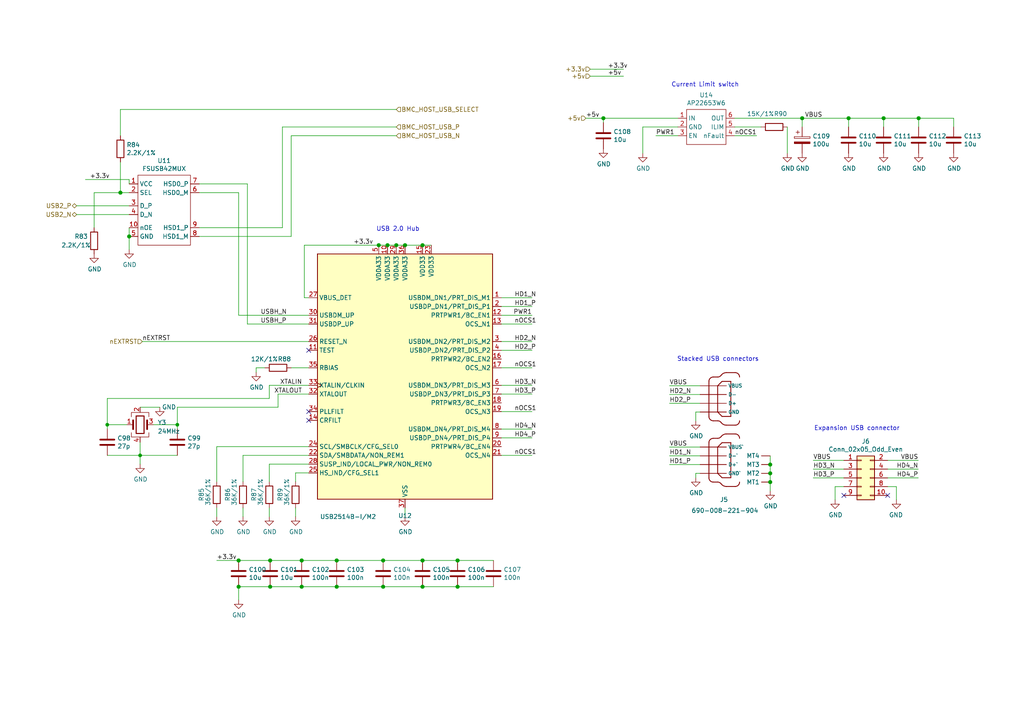
<source format=kicad_sch>
(kicad_sch (version 20230121) (generator eeschema)
  (paper "A4")
  (title_block (title "srvant-board MK1") (date "2021-07-14") (rev "rev-0.1dev"))
  (lib_symbols
    (symbol "CM4IO:AP2553W6"
      (property "Reference" "U" (at 3.81 -6.35 0))
      (property "Value" "AP2553W6" (at -3.81 -6.35 0))
      (symbol "AP2553W6_0_0"
        (pin power_in line (at -8.89 2.54 0) (length 2.54) (name "IN") (number "1"))
        (pin power_out line (at -8.89 0 0) (length 2.54) (name "GND") (number "2"))
        (pin input line (at -8.89 -2.54 0) (length 2.54) (name "EN") (number "3"))
        (pin open_collector line (at 7.62 -2.54 180) (length 2.54) (name "nFault") (number "4"))
        (pin passive line (at 7.62 0 180) (length 2.54) (name "ILIM") (number "5"))
        (pin power_out line (at 7.62 2.54 180) (length 2.54) (name "OUT") (number "6"))
      )
      (symbol "AP2553W6_0_1"
        (rectangle (start -6.35 5.08) (end 5.08 -5.08))
      )
    )
    (symbol "CM4IO:FSUSB42MX"
      (property "Reference" "U" (at -7.62 20.32 0))
      (property "Value" "FSUSB42MX" (at -2.54 -2.54 0))
      (symbol "FSUSB42MX_0_0"
        (pin power_in line (at 8.89 16.51 180) (length 2.54) (name "VCC") (number "1"))
        (pin input line (at 8.89 3.81 180) (length 2.54) (name "nOE") (number "10"))
        (pin input line (at 8.89 13.97 180) (length 2.54) (name "SEL") (number "2"))
        (pin bidirectional line (at 8.89 10.16 180) (length 2.54) (name "D_P") (number "3"))
        (pin bidirectional line (at 8.89 7.62 180) (length 2.54) (name "D_N") (number "4"))
        (pin power_in line (at 8.89 1.27 180) (length 2.54) (name "GND") (number "5"))
        (pin bidirectional line (at -11.43 13.97 0) (length 2.54) (name "HSD0_M") (number "6"))
        (pin bidirectional line (at -11.43 16.51 0) (length 2.54) (name "HSD0_P") (number "7"))
        (pin bidirectional line (at -11.43 1.27 0) (length 2.54) (name "HSD1_M") (number "8"))
        (pin bidirectional line (at -11.43 3.81 0) (length 2.54) (name "HSD1_P") (number "9"))
      )
      (symbol "FSUSB42MX_0_1"
        (rectangle (start -8.89 19.05) (end 6.35 -1.27))
      )
    )
    (symbol "CM4IO:USB_67298-4090" (pin_numbers hide)
      (property "Reference" "J" (at -5.08 21.6408 0))
      (property "Value" "USB_67298-4090" (at -5.08 -17.8054 0))
      (symbol "USB_67298-4090_0_0"
        (arc (start -5.08 -11.43) (mid -4.708 -12.328) (end -3.81 -12.7) (stroke (width 0.254)))
        (arc (start -5.08 6.35) (mid -4.708 5.452) (end -3.81 5.08) (stroke (width 0.254)))
        (arc (start -3.81 0) (mid -4.708 -0.372) (end -5.08 -1.27) (stroke (width 0.254)))
        (arc (start -3.81 17.78) (mid -4.708 17.408) (end -5.08 16.51) (stroke (width 0.254)))
        (arc (start -2.54 0) (mid -1.972 0.1341) (end -1.524 0.508) (stroke (width 0.254)))
        (arc (start -2.54 17.78) (mid -1.972 17.9141) (end -1.524 18.288) (stroke (width 0.254)))
        (arc (start -1.524 -13.208) (mid -1.972 -12.8341) (end -2.54 -12.7) (stroke (width 0.254)))
        (arc (start -1.524 -13.208) (mid -0.8519 -13.7689) (end 0 -13.97) (stroke (width 0.254)))
        (arc (start -1.524 4.572) (mid -1.972 4.9459) (end -2.54 5.08) (stroke (width 0.254)))
        (arc (start -1.524 4.572) (mid -0.8519 4.0111) (end 0 3.81) (stroke (width 0.254)))
        (polyline (pts (xy -5.08 -1.27) (xy -5.08 -11.43)) (stroke (width 0.254)))
        (polyline (pts (xy -5.08 16.51) (xy -5.08 6.35)) (stroke (width 0.254)))
        (polyline (pts (xy -3.81 -12.7) (xy -2.54 -12.7)) (stroke (width 0.254)))
        (polyline (pts (xy -3.81 0) (xy -2.54 0)) (stroke (width 0.254)))
        (polyline (pts (xy -3.81 5.08) (xy -2.54 5.08)) (stroke (width 0.254)))
        (polyline (pts (xy -3.81 17.78) (xy -2.54 17.78)) (stroke (width 0.254)))
        (polyline (pts (xy -2.54 -10.16) (xy -1.27 -11.43)) (stroke (width 0.254)))
        (polyline (pts (xy -2.54 -2.54) (xy -2.54 -10.16)) (stroke (width 0.254)))
        (polyline (pts (xy -2.54 7.62) (xy -1.27 6.35)) (stroke (width 0.254)))
        (polyline (pts (xy -2.54 15.24) (xy -2.54 7.62)) (stroke (width 0.254)))
        (polyline (pts (xy -1.27 -11.43) (xy 1.27 -11.43)) (stroke (width 0.254)))
        (polyline (pts (xy -1.27 -1.27) (xy -2.54 -2.54)) (stroke (width 0.254)))
        (polyline (pts (xy -1.27 6.35) (xy 1.27 6.35)) (stroke (width 0.254)))
        (polyline (pts (xy -1.27 16.51) (xy -2.54 15.24)) (stroke (width 0.254)))
        (polyline (pts (xy 0 -13.97) (xy 2.54 -13.97)) (stroke (width 0.254)))
        (polyline (pts (xy 0 1.27) (xy 2.54 1.27)) (stroke (width 0.254)))
        (polyline (pts (xy 0 3.81) (xy 2.54 3.81)) (stroke (width 0.254)))
        (polyline (pts (xy 0 19.05) (xy 2.54 19.05)) (stroke (width 0.254)))
        (polyline (pts (xy 1.27 -11.43) (xy 1.27 -1.27)) (stroke (width 0.254)))
        (polyline (pts (xy 1.27 -1.27) (xy -1.27 -1.27)) (stroke (width 0.254)))
        (polyline (pts (xy 1.27 6.35) (xy 1.27 16.51)) (stroke (width 0.254)))
        (polyline (pts (xy 1.27 16.51) (xy -1.27 16.51)) (stroke (width 0.254)))
        (arc (start 0 1.27) (mid -0.8519 1.0689) (end -1.524 0.508) (stroke (width 0.254)))
        (arc (start 0 19.05) (mid -0.8519 18.8489) (end -1.524 18.288) (stroke (width 0.254)))
        (arc (start 2.54 -13.97) (mid 3.438 -13.598) (end 3.81 -12.7) (stroke (width 0.254)))
        (arc (start 2.54 3.81) (mid 3.438 4.182) (end 3.81 5.08) (stroke (width 0.254)))
        (arc (start 3.81 0) (mid 3.438 0.898) (end 2.54 1.27) (stroke (width 0.254)))
        (arc (start 3.81 17.78) (mid 3.438 18.678) (end 2.54 19.05) (stroke (width 0.254)))
        (pin power_in line (at -7.62 -2.54 0) (length 7.62) (name "VBUS`") (number "1"))
        (pin passive line (at -7.62 -5.08 0) (length 7.62) (name "D-`") (number "2"))
        (pin passive line (at -7.62 -7.62 0) (length 7.62) (name "D+`") (number "3"))
        (pin power_in line (at -7.62 -10.16 0) (length 7.62) (name "GND`") (number "4"))
        (pin power_in line (at -7.62 15.24 0) (length 7.62) (name "VBUS") (number "5"))
        (pin passive line (at -7.62 12.7 0) (length 7.62) (name "D-") (number "6"))
        (pin passive line (at -7.62 10.16 0) (length 7.62) (name "D+") (number "7"))
        (pin power_in line (at -7.62 7.62 0) (length 7.62) (name "GND") (number "8"))
        (pin passive line (at 12.7 -12.7 180) (length 2.54) (name "MT1") (number "MT1"))
        (pin passive line (at 12.7 -10.16 180) (length 2.54) (name "MT2") (number "MT2"))
        (pin passive line (at 12.7 -7.62 180) (length 2.54) (name "MT3") (number "MT3"))
        (pin passive line (at 12.7 -5.08 180) (length 2.54) (name "MT4") (number "MT4"))
      )
    )
    (symbol "Connector_Generic:Conn_02x05_Odd_Even" (pin_names hide)
      (property "Reference" "J" (at 1.27 7.62 0))
      (property "Value" "Conn_02x05_Odd_Even" (at 1.27 -7.62 0))
      (symbol "Conn_02x05_Odd_Even_1_1"
        (rectangle (start -1.27 -4.953) (end 0 -5.207))
        (rectangle (start -1.27 -2.413) (end 0 -2.667))
        (rectangle (start -1.27 0.127) (end 0 -0.127))
        (rectangle (start -1.27 2.667) (end 0 2.413))
        (rectangle (start -1.27 5.207) (end 0 4.953))
        (rectangle (start -1.27 6.35) (end 3.81 -6.35) (stroke (width 0.254)) (fill (type background)))
        (rectangle (start 3.81 -4.953) (end 2.54 -5.207))
        (rectangle (start 3.81 -2.413) (end 2.54 -2.667))
        (rectangle (start 3.81 0.127) (end 2.54 -0.127))
        (rectangle (start 3.81 2.667) (end 2.54 2.413))
        (rectangle (start 3.81 5.207) (end 2.54 4.953))
        (pin passive line (at -5.08 5.08 0) (length 3.81) (name "Pin_1") (number "1"))
        (pin passive line (at 7.62 -5.08 180) (length 3.81) (name "Pin_10") (number "10"))
        (pin passive line (at 7.62 5.08 180) (length 3.81) (name "Pin_2") (number "2"))
        (pin passive line (at -5.08 2.54 0) (length 3.81) (name "Pin_3") (number "3"))
        (pin passive line (at 7.62 2.54 180) (length 3.81) (name "Pin_4") (number "4"))
        (pin passive line (at -5.08 0 0) (length 3.81) (name "Pin_5") (number "5"))
        (pin passive line (at 7.62 0 180) (length 3.81) (name "Pin_6") (number "6"))
        (pin passive line (at -5.08 -2.54 0) (length 3.81) (name "Pin_7") (number "7"))
        (pin passive line (at 7.62 -2.54 180) (length 3.81) (name "Pin_8") (number "8"))
        (pin passive line (at -5.08 -5.08 0) (length 3.81) (name "Pin_9") (number "9"))
      )
    )
    (symbol "Device:C" (pin_numbers hide) (pin_names (offset 0.254))
      (property "Reference" "C" (at 0.635 2.54 0))
      (property "Value" "C" (at 0.635 -2.54 0))
      (symbol "C_0_1"
        (polyline (pts (xy -2.032 -0.762) (xy 2.032 -0.762)) (stroke (width 0.508)))
        (polyline (pts (xy -2.032 0.762) (xy 2.032 0.762)) (stroke (width 0.508)))
      )
      (symbol "C_1_1"
        (pin passive line (at 0 3.81 270) (length 2.794) (name "~") (number "1"))
        (pin passive line (at 0 -3.81 90) (length 2.794) (name "~") (number "2"))
      )
    )
    (symbol "Device:CP" (pin_numbers hide) (pin_names (offset 0.254))
      (property "Reference" "C" (at 0.635 2.54 0))
      (property "Value" "CP" (at 0.635 -2.54 0))
      (symbol "CP_0_1"
        (rectangle (start -2.286 0.508) (end 2.286 1.016))
        (polyline (pts (xy -1.778 2.286) (xy -0.762 2.286)))
        (polyline (pts (xy -1.27 2.794) (xy -1.27 1.778)))
        (rectangle (start 2.286 -0.508) (end -2.286 -1.016) (fill (type outline)))
      )
      (symbol "CP_1_1"
        (pin passive line (at 0 3.81 270) (length 2.794) (name "~") (number "1"))
        (pin passive line (at 0 -3.81 90) (length 2.794) (name "~") (number "2"))
      )
    )
    (symbol "Device:Crystal_GND24" (pin_names (offset 1.016) hide)
      (property "Reference" "Y" (at 3.175 5.08 0))
      (property "Value" "Crystal_GND24" (at 3.175 3.175 0))
      (symbol "Crystal_GND24_0_1"
        (rectangle (start -1.143 2.54) (end 1.143 -2.54) (stroke (width 0.3048)))
        (polyline (pts (xy -2.54 0) (xy -2.032 0)))
        (polyline (pts (xy -2.032 -1.27) (xy -2.032 1.27)) (stroke (width 0.508)))
        (polyline (pts (xy 0 -3.81) (xy 0 -3.556)))
        (polyline (pts (xy 0 3.556) (xy 0 3.81)))
        (polyline (pts (xy 2.032 -1.27) (xy 2.032 1.27)) (stroke (width 0.508)))
        (polyline (pts (xy 2.032 0) (xy 2.54 0)))
        (polyline (pts (xy -2.54 -2.286) (xy -2.54 -3.556) (xy 2.54 -3.556) (xy 2.54 -2.286)))
        (polyline (pts (xy -2.54 2.286) (xy -2.54 3.556) (xy 2.54 3.556) (xy 2.54 2.286)))
      )
      (symbol "Crystal_GND24_1_1"
        (pin passive line (at -3.81 0 0) (length 1.27) (name "1") (number "1"))
        (pin passive line (at 0 5.08 270) (length 1.27) (name "2") (number "2"))
        (pin passive line (at 3.81 0 180) (length 1.27) (name "3") (number "3"))
        (pin passive line (at 0 -5.08 90) (length 1.27) (name "4") (number "4"))
      )
    )
    (symbol "Device:R" (pin_numbers hide) (pin_names (offset 0))
      (property "Reference" "R" (at 2.032 0 90))
      (property "Value" "R" (at 0 0 90))
      (symbol "R_0_1"
        (rectangle (start -1.016 -2.54) (end 1.016 2.54) (stroke (width 0.254)))
      )
      (symbol "R_1_1"
        (pin passive line (at 0 3.81 270) (length 1.27) (name "~") (number "1"))
        (pin passive line (at 0 -3.81 90) (length 1.27) (name "~") (number "2"))
      )
    )
    (symbol "Interface_USB:USB2514B_Bi"
      (property "Reference" "U" (at -17.78 40.64 0))
      (property "Value" "USB2514B_Bi" (at -20.32 38.1 0))
      (symbol "USB2514B_Bi_0_1"
        (rectangle (start -25.4 35.56) (end 25.4 -35.56) (stroke (width 0.254)) (fill (type background)))
      )
      (symbol "USB2514B_Bi_1_1"
        (pin bidirectional line (at 27.94 22.86 180) (length 2.54) (name "USBDM_DN1/PRT_DIS_M1") (number "1"))
        (pin power_in line (at -5.08 38.1 270) (length 2.54) (name "VDDA33") (number "10"))
        (pin input line (at -27.94 7.62 0) (length 2.54) (name "TEST") (number "11"))
        (pin bidirectional line (at 27.94 17.78 180) (length 2.54) (name "PRTPWR1/BC_EN1") (number "12"))
        (pin input line (at 27.94 15.24 180) (length 2.54) (name "OCS_N1") (number "13"))
        (pin input line (at -27.94 -12.7 0) (length 2.54) (name "CRFILT") (number "14"))
        (pin power_in line (at 5.08 38.1 270) (length 2.54) (name "VDD33") (number "15"))
        (pin bidirectional line (at 27.94 5.08 180) (length 2.54) (name "PRTPWR2/BC_EN2") (number "16"))
        (pin input line (at 27.94 2.54 180) (length 2.54) (name "OCS_N2") (number "17"))
        (pin bidirectional line (at 27.94 -7.62 180) (length 2.54) (name "PRTPWR3/BC_EN3") (number "18"))
        (pin input line (at 27.94 -10.16 180) (length 2.54) (name "OCS_N3") (number "19"))
        (pin bidirectional line (at 27.94 20.32 180) (length 2.54) (name "USBDP_DN1/PRT_DIS_P1") (number "2"))
        (pin bidirectional line (at 27.94 -20.32 180) (length 2.54) (name "PRTPWR4/BC_EN4") (number "20"))
        (pin input line (at 27.94 -22.86 180) (length 2.54) (name "OCS_N4") (number "21"))
        (pin bidirectional line (at -27.94 -22.86 0) (length 2.54) (name "SDA/SMBDATA/NON_REM1") (number "22"))
        (pin power_in line (at 7.62 38.1 270) (length 2.54) (name "VDD33") (number "23"))
        (pin bidirectional line (at -27.94 -20.32 0) (length 2.54) (name "SCL/SMBCLK/CFG_SEL0") (number "24"))
        (pin bidirectional line (at -27.94 -27.94 0) (length 2.54) (name "HS_IND/CFG_SEL1") (number "25"))
        (pin input line (at -27.94 10.16 0) (length 2.54) (name "RESET_N") (number "26"))
        (pin input line (at -27.94 22.86 0) (length 2.54) (name "VBUS_DET") (number "27"))
        (pin bidirectional line (at -27.94 -25.4 0) (length 2.54) (name "SUSP_IND/LOCAL_PWR/NON_REM0") (number "28"))
        (pin power_in line (at -2.54 38.1 270) (length 2.54) (name "VDDA33") (number "29"))
        (pin bidirectional line (at 27.94 10.16 180) (length 2.54) (name "USBDM_DN2/PRT_DIS_M2") (number "3"))
        (pin bidirectional line (at -27.94 17.78 0) (length 2.54) (name "USBDM_UP") (number "30"))
        (pin bidirectional line (at -27.94 15.24 0) (length 2.54) (name "USBDP_UP") (number "31"))
        (pin output line (at -27.94 -5.08 0) (length 2.54) (name "XTALOUT") (number "32"))
        (pin input clock (at -27.94 -2.54 0) (length 2.54) (name "XTALIN/CLKIN") (number "33"))
        (pin input line (at -27.94 -10.16 0) (length 2.54) (name "PLLFILT") (number "34"))
        (pin input line (at -27.94 2.54 0) (length 2.54) (name "RBIAS") (number "35"))
        (pin power_in line (at 0 38.1 270) (length 2.54) (name "VDDA33") (number "36"))
        (pin power_in line (at 0 -38.1 90) (length 2.54) (name "VSS") (number "37"))
        (pin bidirectional line (at 27.94 7.62 180) (length 2.54) (name "USBDP_DN2/PRT_DIS_P2") (number "4"))
        (pin power_in line (at -7.62 38.1 270) (length 2.54) (name "VDDA33") (number "5"))
        (pin bidirectional line (at 27.94 -2.54 180) (length 2.54) (name "USBDM_DN3/PRT_DIS_M3") (number "6"))
        (pin bidirectional line (at 27.94 -5.08 180) (length 2.54) (name "USBDP_DN3/PRT_DIS_P3") (number "7"))
        (pin bidirectional line (at 27.94 -15.24 180) (length 2.54) (name "USBDM_DN4/PRT_DIS_M4") (number "8"))
        (pin bidirectional line (at 27.94 -17.78 180) (length 2.54) (name "USBDP_DN4/PRT_DIS_P4") (number "9"))
      )
    )
    (symbol "power:GND" (power) (pin_names (offset 0))
      (property "Value" "GND" (at 0 -3.81 0))
      (symbol "GND_0_1"
        (polyline (pts (xy 0 0) (xy 0 -1.27) (xy 1.27 -1.27) (xy 0 -2.54) (xy -1.27 -1.27) (xy 0 -1.27)))
      )
      (symbol "GND_1_1"
        (pin power_in line (at 0 0 270) (length 0) hide (name "GND") (number "1"))
      )
    )
  )
  (junction (at 40.64 132.08) (diameter 0.9144))
  (junction (at 122.555 162.56) (diameter 1.016))
  (junction (at 78.359 162.56) (diameter 1.016))
  (junction (at 34.925 55.88) (diameter 1.016))
  (junction (at 37.465 68.58) (diameter 1.016))
  (junction (at 31.115 123.19) (diameter 0.9144))
  (junction (at 111.125 170.18) (diameter 1.016))
  (junction (at 97.663 162.56) (diameter 1.016))
  (junction (at 175.006 34.29) (diameter 1.016))
  (junction (at 232.664 34.29) (diameter 1.016))
  (junction (at 223.393 134.747) (diameter 1.016))
  (junction (at 69.215 162.56) (diameter 1.016))
  (junction (at 111.125 162.56) (diameter 1.016))
  (junction (at 266.446 34.29) (diameter 1.016))
  (junction (at 122.555 170.18) (diameter 1.016))
  (junction (at 109.855 71.12) (diameter 1.016))
  (junction (at 114.935 71.12) (diameter 1.016))
  (junction (at 117.475 71.12) (diameter 1.016))
  (junction (at 246.126 34.29) (diameter 1.016))
  (junction (at 132.715 162.56) (diameter 1.016))
  (junction (at 97.663 170.18) (diameter 1.016))
  (junction (at 51.435 123.19) (diameter 0.9144))
  (junction (at 256.286 34.29) (diameter 1.016))
  (junction (at 69.215 170.18) (diameter 1.016))
  (junction (at 112.395 71.12) (diameter 1.016))
  (junction (at 132.715 170.18) (diameter 1.016))
  (junction (at 87.503 170.18) (diameter 1.016))
  (junction (at 122.555 71.12) (diameter 1.016))
  (junction (at 78.359 170.18) (diameter 1.016))
  (junction (at 87.503 162.56) (diameter 1.016))
  (junction (at 223.393 139.827) (diameter 1.016))
  (junction (at 223.393 137.287) (diameter 1.016))
  (no_connect (at 257.4544 143.6878))
  (no_connect (at 89.535 101.6))
  (no_connect (at 244.7544 143.6878))
  (no_connect (at 89.535 121.92))
  (no_connect (at 89.535 119.38))
  (wire (pts (xy 78.359 162.56) (xy 87.503 162.56)))
  (wire (pts (xy 22.225 59.69) (xy 37.465 59.69)))
  (wire (pts (xy 78.105 147.32) (xy 78.105 149.86)))
  (wire (pts (xy 85.725 139.7) (xy 85.725 137.16)))
  (wire (pts (xy 84.455 68.58) (xy 84.455 39.37)))
  (wire (pts (xy 223.393 134.747) (xy 223.393 137.287)))
  (wire (pts (xy 242.2144 141.1478) (xy 242.2144 144.9578)))
  (wire (pts (xy 70.485 147.32) (xy 70.485 149.86)))
  (wire (pts (xy 117.475 147.32) (xy 117.475 149.86)))
  (wire (pts (xy 37.465 55.88) (xy 34.925 55.88)))
  (wire (pts (xy 266.446 34.29) (xy 266.446 36.83)))
  (wire (pts (xy 145.415 91.44) (xy 154.305 91.44)))
  (wire (pts (xy 201.803 119.507) (xy 201.803 122.047)))
  (wire (pts (xy 232.664 34.29) (xy 246.126 34.29)))
  (wire (pts (xy 194.183 132.207) (xy 203.073 132.207)))
  (wire (pts (xy 132.715 162.56) (xy 143.129 162.56)))
  (wire (pts (xy 132.715 170.18) (xy 143.129 170.18)))
  (wire (pts (xy 145.415 132.08) (xy 154.305 132.08)))
  (wire (pts (xy 145.415 88.9) (xy 154.305 88.9)))
  (wire (pts (xy 37.465 66.04) (xy 37.465 68.58)))
  (wire (pts (xy 81.915 36.83) (xy 114.935 36.83)))
  (wire (pts (xy 145.415 99.06) (xy 154.305 99.06)))
  (wire (pts (xy 81.915 66.04) (xy 81.915 36.83)))
  (wire (pts (xy 62.865 147.32) (xy 62.865 149.86)))
  (wire (pts (xy 22.225 62.23) (xy 37.465 62.23)))
  (wire (pts (xy 194.183 114.427) (xy 203.073 114.427)))
  (wire (pts (xy 40.64 132.08) (xy 40.64 134.62)))
  (wire (pts (xy 57.785 68.58) (xy 84.455 68.58)))
  (wire (pts (xy 232.664 34.29) (xy 232.664 36.83)))
  (wire (pts (xy 78.359 170.18) (xy 87.503 170.18)))
  (wire (pts (xy 186.436 36.83) (xy 186.436 44.45)))
  (wire (pts (xy 145.415 86.36) (xy 154.305 86.36)))
  (wire (pts (xy 112.395 71.12) (xy 114.935 71.12)))
  (wire (pts (xy 246.126 36.83) (xy 246.126 34.29)))
  (wire (pts (xy 235.8644 136.0678) (xy 244.7544 136.0678)))
  (wire (pts (xy 51.435 118.11) (xy 51.435 123.19)))
  (wire (pts (xy 51.435 123.19) (xy 51.435 124.46)))
  (wire (pts (xy 256.286 34.29) (xy 256.286 36.83)))
  (wire (pts (xy 145.415 93.98) (xy 154.305 93.98)))
  (wire (pts (xy 31.115 132.08) (xy 40.64 132.08)))
  (wire (pts (xy 145.415 124.46) (xy 154.305 124.46)))
  (wire (pts (xy 145.415 101.6) (xy 154.305 101.6)))
  (wire (pts (xy 34.925 46.99) (xy 34.925 55.88)))
  (wire (pts (xy 78.105 134.62) (xy 89.535 134.62)))
  (wire (pts (xy 242.2144 141.1478) (xy 244.7544 141.1478)))
  (wire (pts (xy 24.765 52.07) (xy 37.465 52.07)))
  (wire (pts (xy 145.415 111.76) (xy 154.305 111.76)))
  (wire (pts (xy 69.215 170.18) (xy 78.359 170.18)))
  (wire (pts (xy 70.485 132.08) (xy 89.535 132.08)))
  (wire (pts (xy 69.215 173.99) (xy 69.215 170.18)))
  (wire (pts (xy 78.105 139.7) (xy 78.105 134.62)))
  (wire (pts (xy 74.295 106.68) (xy 74.295 107.95)))
  (wire (pts (xy 71.755 53.34) (xy 71.755 93.98)))
  (wire (pts (xy 122.555 170.18) (xy 132.715 170.18)))
  (wire (pts (xy 145.415 114.3) (xy 154.305 114.3)))
  (wire (pts (xy 69.215 55.88) (xy 69.215 91.44)))
  (wire (pts (xy 257.4544 141.1478) (xy 259.9944 141.1478)))
  (wire (pts (xy 223.393 132.207) (xy 223.393 134.747)))
  (wire (pts (xy 40.64 128.27) (xy 40.64 132.08)))
  (wire (pts (xy 190.246 39.37) (xy 196.596 39.37)))
  (wire (pts (xy 62.865 162.56) (xy 69.215 162.56)))
  (wire (pts (xy 213.106 34.29) (xy 232.664 34.29)))
  (wire (pts (xy 76.835 106.68) (xy 74.295 106.68)))
  (wire (pts (xy 213.106 36.83) (xy 220.726 36.83)))
  (wire (pts (xy 228.346 36.83) (xy 228.346 44.45)))
  (wire (pts (xy 62.865 129.54) (xy 89.535 129.54)))
  (wire (pts (xy 78.105 115.57) (xy 31.115 115.57)))
  (wire (pts (xy 266.3444 136.0678) (xy 257.4544 136.0678)))
  (wire (pts (xy 169.926 34.29) (xy 175.006 34.29)))
  (wire (pts (xy 97.663 162.56) (xy 111.125 162.56)))
  (wire (pts (xy 37.465 53.34) (xy 37.465 52.07)))
  (wire (pts (xy 196.596 36.83) (xy 186.436 36.83)))
  (wire (pts (xy 266.446 34.29) (xy 276.606 34.29)))
  (wire (pts (xy 117.475 71.12) (xy 122.555 71.12)))
  (wire (pts (xy 57.785 53.34) (xy 71.755 53.34)))
  (wire (pts (xy 266.3444 133.5278) (xy 257.4544 133.5278)))
  (wire (pts (xy 122.555 71.12) (xy 125.095 71.12)))
  (wire (pts (xy 57.785 66.04) (xy 81.915 66.04)))
  (wire (pts (xy 235.8644 138.6078) (xy 244.7544 138.6078)))
  (wire (pts (xy 194.183 134.747) (xy 203.073 134.747)))
  (wire (pts (xy 87.503 170.18) (xy 97.663 170.18)))
  (wire (pts (xy 80.645 114.3) (xy 80.645 118.11)))
  (wire (pts (xy 171.196 22.098) (xy 180.848 22.098)))
  (wire (pts (xy 194.183 129.667) (xy 203.073 129.667)))
  (wire (pts (xy 71.755 93.98) (xy 89.535 93.98)))
  (wire (pts (xy 62.865 139.7) (xy 62.865 129.54)))
  (wire (pts (xy 84.455 106.68) (xy 89.535 106.68)))
  (wire (pts (xy 266.3444 138.6078) (xy 257.4544 138.6078)))
  (wire (pts (xy 44.45 123.19) (xy 51.435 123.19)))
  (wire (pts (xy 88.265 71.12) (xy 109.855 71.12)))
  (wire (pts (xy 88.265 86.36) (xy 88.265 71.12)))
  (wire (pts (xy 84.455 39.37) (xy 114.935 39.37)))
  (wire (pts (xy 40.64 132.08) (xy 51.435 132.08)))
  (wire (pts (xy 89.535 114.3) (xy 80.645 114.3)))
  (wire (pts (xy 223.393 139.827) (xy 223.393 142.367)))
  (wire (pts (xy 194.183 116.967) (xy 203.073 116.967)))
  (wire (pts (xy 40.64 118.11) (xy 46.355 118.11)))
  (wire (pts (xy 203.073 119.507) (xy 201.803 119.507)))
  (wire (pts (xy 89.535 91.44) (xy 69.215 91.44)))
  (wire (pts (xy 276.606 36.83) (xy 276.606 34.29)))
  (wire (pts (xy 34.925 55.88) (xy 27.305 55.88)))
  (wire (pts (xy 259.9944 141.1478) (xy 259.9944 144.9578)))
  (wire (pts (xy 31.115 115.57) (xy 31.115 123.19)))
  (wire (pts (xy 31.115 123.19) (xy 31.115 124.46)))
  (wire (pts (xy 145.415 119.38) (xy 154.305 119.38)))
  (wire (pts (xy 31.115 123.19) (xy 36.83 123.19)))
  (wire (pts (xy 235.8644 133.5278) (xy 244.7544 133.5278)))
  (wire (pts (xy 78.105 111.76) (xy 89.535 111.76)))
  (wire (pts (xy 256.286 34.29) (xy 266.446 34.29)))
  (wire (pts (xy 246.126 34.29) (xy 256.286 34.29)))
  (wire (pts (xy 223.393 137.287) (xy 223.393 139.827)))
  (wire (pts (xy 87.503 162.56) (xy 97.663 162.56)))
  (wire (pts (xy 145.415 127) (xy 154.305 127)))
  (wire (pts (xy 69.215 162.56) (xy 78.359 162.56)))
  (wire (pts (xy 70.485 139.7) (xy 70.485 132.08)))
  (wire (pts (xy 213.106 39.37) (xy 219.456 39.37)))
  (wire (pts (xy 194.183 111.887) (xy 203.073 111.887)))
  (wire (pts (xy 175.006 35.56) (xy 175.006 34.29)))
  (wire (pts (xy 85.725 137.16) (xy 89.535 137.16)))
  (wire (pts (xy 114.935 71.12) (xy 117.475 71.12)))
  (wire (pts (xy 85.725 147.32) (xy 85.725 149.86)))
  (wire (pts (xy 57.785 55.88) (xy 69.215 55.88)))
  (wire (pts (xy 145.415 106.68) (xy 154.305 106.68)))
  (wire (pts (xy 111.125 170.18) (xy 122.555 170.18)))
  (wire (pts (xy 41.275 99.06) (xy 89.535 99.06)))
  (wire (pts (xy 171.196 20.066) (xy 180.848 20.066)))
  (wire (pts (xy 175.006 34.29) (xy 196.596 34.29)))
  (wire (pts (xy 201.803 137.287) (xy 201.803 138.557)))
  (wire (pts (xy 89.535 86.36) (xy 88.265 86.36)))
  (wire (pts (xy 109.855 71.12) (xy 112.395 71.12)))
  (wire (pts (xy 122.555 162.56) (xy 132.715 162.56)))
  (wire (pts (xy 78.105 111.76) (xy 78.105 115.57)))
  (wire (pts (xy 203.073 137.287) (xy 201.803 137.287)))
  (wire (pts (xy 34.925 31.75) (xy 114.935 31.75)))
  (wire (pts (xy 111.125 162.56) (xy 122.555 162.56)))
  (wire (pts (xy 80.645 118.11) (xy 51.435 118.11)))
  (wire (pts (xy 27.305 55.88) (xy 27.305 66.04)))
  (wire (pts (xy 97.663 170.18) (xy 111.125 170.18)))
  (wire (pts (xy 37.465 68.58) (xy 37.465 72.39)))
  (wire (pts (xy 34.925 39.37) (xy 34.925 31.75)))
  (text "USB 2.0 Hub" (at 121.7168 67.2592 0) (effects (font (size 1.27 1.27)) (justify right bottom)))
  (text "Stacked USB connectors" (at 220.1418 104.9782 0) (effects (font (size 1.27 1.27)) (justify right bottom)))
  (text "Current Limit switch" (at 214.376 25.4 0) (effects (font (size 1.27 1.27)) (justify right bottom)))
  (text "Expansion USB connector" (at 260.985 125.0696 0) (effects (font (size 1.27 1.27)) (justify right bottom)))
  (label "USBH_P" (at 75.565 93.98 0))
  (label "HD4_P" (at 149.225 127 0))
  (label "HD1_P" (at 194.183 134.747 0))
  (label "VBUS" (at 235.8644 133.5278 0))
  (label "PWR1" (at 190.246 39.37 0))
  (label "nOCS1" (at 149.225 106.68 0))
  (label "+3.3v" (at 26.035 52.07 0))
  (label "+5v" (at 176.276 22.098 0))
  (label "HD1_N" (at 194.183 132.207 0))
  (label "HD2_N" (at 149.225 99.06 0))
  (label "HD2_N" (at 194.183 114.427 0))
  (label "HD2_P" (at 194.183 116.967 0))
  (label "+3.3v" (at 62.865 162.56 0))
  (label "nOCS1" (at 149.225 119.38 0))
  (label "XTALIN" (at 87.63 111.76 180))
  (label "+5v" (at 169.926 34.29 0))
  (label "HD1_P" (at 149.225 88.9 0))
  (label "USBH_N" (at 75.565 91.44 0))
  (label "PWR1" (at 154.305 91.44 180))
  (label "HD4_N" (at 149.225 124.46 0))
  (label "VBUS" (at 233.426 34.29 0))
  (label "HD3_P" (at 235.8644 138.6078 0))
  (label "+3.3v" (at 176.276 20.066 0))
  (label "HD1_N" (at 149.225 86.36 0))
  (label "VBUS" (at 266.3444 133.5278 180))
  (label "VBUS" (at 194.183 111.887 0))
  (label "HD3_N" (at 235.8644 136.0678 0))
  (label "HD3_N" (at 149.225 111.76 0))
  (label "HD2_P" (at 149.225 101.6 0))
  (label "XTALOUT" (at 87.63 114.3 180))
  (label "nOCS1" (at 213.106 39.37 0))
  (label "nEXTRST" (at 41.275 99.06 0))
  (label "HD4_P" (at 266.3444 138.6078 180))
  (label "+3.3v" (at 102.489 71.12 0))
  (label "HD3_P" (at 149.225 114.3 0))
  (label "VBUS" (at 194.183 129.667 0))
  (label "nOCS1" (at 149.225 132.08 0))
  (label "nOCS1" (at 149.225 93.98 0))
  (label "HD4_N" (at 266.3444 136.0678 180))
  (hierarchical_label "+3.3v" (shape input) (at 171.196 20.066 180))
  (hierarchical_label "BMC_HOST_USB_SELECT" (shape input) (at 114.935 31.75 0))
  (hierarchical_label "BMC_HOST_USB_P" (shape input) (at 114.935 36.83 0))
  (hierarchical_label "USB2_N" (shape bidirectional) (at 22.225 62.23 180))
  (hierarchical_label "nEXTRST" (shape input) (at 41.275 99.06 180))
  (hierarchical_label "USB2_P" (shape bidirectional) (at 22.225 59.69 180))
  (hierarchical_label "+5v" (shape input) (at 171.196 22.098 180))
  (hierarchical_label "+5v" (shape input) (at 169.926 34.29 180))
  (hierarchical_label "BMC_HOST_USB_N" (shape input) (at 114.935 39.37 0))
  (symbol (lib_id "power:GND") (at 117.475 149.86 0) (unit 1)
    (property "Reference" "#PWR0155" (effects hide))
    (property "Value" "GND" (at 117.602 154.2542 0))
  )
  (symbol (lib_id "power:GND") (at 242.2144 144.9578 0) (unit 1)
    (property "Reference" "#PWR0164" (effects hide))
    (property "Value" "GND" (at 242.3414 149.352 0))
  )
  (symbol (lib_id "Device:C") (at 69.215 166.37 0) (unit 1)
    (property "Reference" "C100" (at 72.136 165.2016 0) (effects (justify left)))
    (property "Value" "10u" (at 72.136 167.513 0) (effects (justify left)))
    (property "Footprint" "Capacitor_SMD:C_0805_2012Metric" (effects hide))
    (property "Datasheet" "https://search.murata.co.jp/Ceramy/image/img/A01X/G101/ENG/GRM21BR71A106KA73-01.pdf" (effects hide))
    (property "Field5" "490-14381-1-ND" (effects hide))
    (property "Field4" "Digikey" (effects hide))
    (property "Field6" "GRM21BR71A106KA73L" (effects hide))
    (property "Field7" "Murata" (effects hide))
    (property "Part Description" "	10uF 10% 10V Ceramic Capacitor X7R 0805 (2012 Metric)" (effects hide))
    (property "Field8" "111893011" (effects hide))
  )
  (symbol (lib_id "Device:C") (at 276.606 40.64 0) (unit 1)
    (property "Reference" "C113" (at 279.527 39.4716 0) (effects (justify left)))
    (property "Value" "10u" (at 279.527 41.783 0) (effects (justify left)))
    (property "Footprint" "Capacitor_SMD:C_0805_2012Metric" (effects hide))
    (property "Datasheet" "https://search.murata.co.jp/Ceramy/image/img/A01X/G101/ENG/GRM21BR71A106KA73-01.pdf" (effects hide))
    (property "Field5" "490-14381-1-ND" (effects hide))
    (property "Field4" "Digikey" (effects hide))
    (property "Field6" "GRM21BR71A106KA73L" (effects hide))
    (property "Field7" "Murata" (effects hide))
    (property "Part Description" "	10uF 10% 10V Ceramic Capacitor X7R 0805 (2012 Metric)" (effects hide))
    (property "Field8" "111893011" (effects hide))
  )
  (symbol (lib_id "power:GND") (at 62.865 149.86 0) (unit 1)
    (property "Reference" "#PWR0149" (effects hide))
    (property "Value" "GND" (at 62.992 154.2542 0))
  )
  (symbol (lib_id "power:GND") (at 37.465 72.39 0) (unit 1)
    (property "Reference" "#PWR0152" (effects hide))
    (property "Value" "GND" (at 37.592 76.7842 0))
  )
  (symbol (lib_id "Device:C") (at 256.286 40.64 0) (unit 1)
    (property "Reference" "C111" (at 259.207 39.4716 0) (effects (justify left)))
    (property "Value" "10u" (at 259.207 41.783 0) (effects (justify left)))
    (property "Footprint" "Capacitor_SMD:C_0805_2012Metric" (effects hide))
    (property "Datasheet" "https://search.murata.co.jp/Ceramy/image/img/A01X/G101/ENG/GRM21BR71A106KA73-01.pdf" (effects hide))
    (property "Field5" "490-14381-1-ND" (effects hide))
    (property "Field4" "Digikey" (effects hide))
    (property "Field6" "GRM21BR71A106KA73L" (effects hide))
    (property "Field7" "Murata" (effects hide))
    (property "Part Description" "	10uF 10% 10V Ceramic Capacitor X7R 0805 (2012 Metric)" (effects hide))
    (property "Field8" "111893011" (effects hide))
  )
  (symbol (lib_id "Device:CP") (at 232.664 40.64 0) (unit 1)
    (property "Reference" "C109" (at 235.6612 39.497 0) (effects (justify left)))
    (property "Value" "100u" (at 235.6612 41.783 0) (effects (justify left)))
    (property "Footprint" "Capacitor_Tantalum_SMD:CP_EIA-7343-31_Kemet-D" (effects hide))
    (property "Datasheet" "~{}" (effects hide))
    (property "Field4" "Mouser" (effects hide))
    (property "Field5" "ECASD40J107M015K00 " (effects hide))
    (property "Part Description" "Capacitor, SP-Cap, 100u, 6.3V, 15mR ESR" (effects hide))
  )
  (symbol (lib_id "power:GND") (at 266.446 44.45 0) (unit 1)
    (property "Reference" "#PWR0162" (effects hide))
    (property "Value" "GND" (at 266.573 48.8442 0))
  )
  (symbol (lib_id "Device:C") (at 87.503 166.37 0) (unit 1)
    (property "Reference" "C102" (at 90.424 165.2016 0) (effects (justify left)))
    (property "Value" "100n" (at 90.424 167.513 0) (effects (justify left)))
    (property "Footprint" "Capacitor_SMD:C_0402_1005Metric" (effects hide))
    (property "Datasheet" "https://search.murata.co.jp/Ceramy/image/img/A01X/G101/ENG/GRM155R71C104KA88-01.pdf" (effects hide))
    (property "Field4" "Farnell" (effects hide))
    (property "Field5" "2611911" (effects hide))
    (property "Field6" "RM EMK105 B7104KV-F" (effects hide))
    (property "Field7" "TAIYO YUDEN EUROPE GMBH" (effects hide))
    (property "Part Description" "	0.1uF 10% 16V Ceramic Capacitor X7R 0402 (1005 Metric)" (effects hide))
    (property "Field8" "110091611" (effects hide))
  )
  (symbol (lib_id "power:GND") (at 201.803 138.557 0) (unit 1)
    (property "Reference" "#PWR0166" (effects hide))
    (property "Value" "GND" (at 201.93 142.9512 0))
  )
  (symbol (lib_id "Connector_Generic:Conn_02x05_Odd_Even") (at 249.8344 138.6078 0) (unit 1)
    (property "Reference" "J6" (at 251.1044 128.016 0))
    (property "Value" "Conn_02x05_Odd_Even" (at 251.1044 130.3274 0))
    (property "Footprint" "Connector_PinHeader_2.54mm:PinHeader_2x05_P2.54mm_Vertical" (effects hide))
    (property "Datasheet" "https://www.toby.co.uk/uploads/publications/1673.pdf" (effects hide))
    (property "Field4" "Toby" (effects hide))
    (property "Field5" "THD-05-R" (effects hide))
    (property "Field6" "THD-05-R" (effects hide))
    (property "Field7" "Toby" (effects hide))
    (property "Part Description" "PinHeader_2x05_P2.54mm_Vertical" (effects hide))
  )
  (symbol (lib_id "Device:R") (at 34.925 43.18 0) (unit 1)
    (property "Reference" "R84" (at 36.703 42.0116 0) (effects (justify left)))
    (property "Value" "2.2K/1%" (at 36.703 44.323 0) (effects (justify left)))
    (property "Footprint" "Resistor_SMD:R_0402_1005Metric" (effects hide))
    (property "Datasheet" "https://fscdn.rohm.com/en/products/databook/datasheet/passive/resistor/chip_resistor/mcr-e.pdf" (effects hide))
    (property "Field4" "Farnell" (effects hide))
    (property "Field5" "9239278" (effects hide))
    (property "Field7" "KOA EUROPE GMBH" (effects hide))
    (property "Field6" "RK73G1ETQTP2201D         " (effects hide))
    (property "Part Description" "Resistor 2.2K M1005 1% 63mW" (effects hide))
    (property "Field8" "120889581" (effects hide))
  )
  (symbol (lib_id "Device:Crystal_GND24") (at 40.64 123.19 0) (unit 1)
    (property "Reference" "Y3" (at 45.72 122.5549 0) (effects (justify left)))
    (property "Value" "24MHz" (at 45.72 125.0949 0) (effects (justify left)))
    (property "Footprint" "srvant:LFXTAL-25MHz" (effects hide))
    (property "Datasheet" "~{}" (effects hide))
  )
  (symbol (lib_id "Device:C") (at 246.126 40.64 0) (unit 1)
    (property "Reference" "C110" (at 249.047 39.4716 0) (effects (justify left)))
    (property "Value" "10u" (at 249.047 41.783 0) (effects (justify left)))
    (property "Footprint" "Capacitor_SMD:C_0805_2012Metric" (effects hide))
    (property "Datasheet" "https://search.murata.co.jp/Ceramy/image/img/A01X/G101/ENG/GRM21BR71A106KA73-01.pdf" (effects hide))
    (property "Field5" "490-14381-1-ND" (effects hide))
    (property "Field4" "Digikey" (effects hide))
    (property "Field6" "GRM21BR71A106KA73L" (effects hide))
    (property "Field7" "Murata" (effects hide))
    (property "Part Description" "	10uF 10% 10V Ceramic Capacitor X7R 0805 (2012 Metric)" (effects hide))
    (property "Field8" "111893011" (effects hide))
  )
  (symbol (lib_id "power:GND") (at 85.725 149.86 0) (unit 1)
    (property "Reference" "#PWR0153" (effects hide))
    (property "Value" "GND" (at 85.852 154.2542 0))
  )
  (symbol (lib_id "power:GND") (at 246.126 44.45 0) (unit 1)
    (property "Reference" "#PWR0157" (effects hide))
    (property "Value" "GND" (at 246.253 48.8442 0))
  )
  (symbol (lib_id "power:GND") (at 46.355 118.11 0) (unit 1)
    (property "Reference" "#PWR0141" (effects hide))
    (property "Value" "GND" (at 49.022 118.0592 0))
  )
  (symbol (lib_id "power:GND") (at 27.305 73.66 0) (unit 1)
    (property "Reference" "#PWR0151" (effects hide))
    (property "Value" "GND" (at 27.432 78.0542 0))
  )
  (symbol (lib_id "Device:C") (at 97.663 166.37 0) (unit 1)
    (property "Reference" "C103" (at 100.584 165.2016 0) (effects (justify left)))
    (property "Value" "100n" (at 100.584 167.513 0) (effects (justify left)))
    (property "Footprint" "Capacitor_SMD:C_0402_1005Metric" (effects hide))
    (property "Datasheet" "https://search.murata.co.jp/Ceramy/image/img/A01X/G101/ENG/GRM155R71C104KA88-01.pdf" (effects hide))
    (property "Field4" "Farnell" (effects hide))
    (property "Field5" "2611911" (effects hide))
    (property "Field6" "RM EMK105 B7104KV-F" (effects hide))
    (property "Field7" "TAIYO YUDEN EUROPE GMBH" (effects hide))
    (property "Part Description" "	0.1uF 10% 16V Ceramic Capacitor X7R 0402 (1005 Metric)" (effects hide))
    (property "Field8" "110091611" (effects hide))
  )
  (symbol (lib_id "power:GND") (at 175.006 43.18 0) (unit 1)
    (property "Reference" "#PWR0168" (effects hide))
    (property "Value" "GND" (at 175.133 47.5742 0))
  )
  (symbol (lib_id "Device:C") (at 266.446 40.64 0) (unit 1)
    (property "Reference" "C112" (at 269.367 39.4716 0) (effects (justify left)))
    (property "Value" "10u" (at 269.367 41.783 0) (effects (justify left)))
    (property "Footprint" "Capacitor_SMD:C_0805_2012Metric" (effects hide))
    (property "Datasheet" "https://search.murata.co.jp/Ceramy/image/img/A01X/G101/ENG/GRM21BR71A106KA73-01.pdf" (effects hide))
    (property "Field5" "490-14381-1-ND" (effects hide))
    (property "Field4" "Digikey" (effects hide))
    (property "Field6" "GRM21BR71A106KA73L" (effects hide))
    (property "Field7" "Murata" (effects hide))
    (property "Part Description" "	10uF 10% 10V Ceramic Capacitor X7R 0805 (2012 Metric)" (effects hide))
    (property "Field8" "111893011" (effects hide))
  )
  (symbol (lib_id "CM4IO:AP2553W6") (at 205.486 36.83 0) (unit 1)
    (property "Reference" "U14" (at 204.851 27.559 0))
    (property "Value" "AP22653W6" (at 204.851 29.8704 0))
    (property "Footprint" "Package_TO_SOT_SMD:SOT-23-6" (effects hide))
    (property "Datasheet" "https://www.diodes.com/assets/Datasheets/AP255x.pdf" (effects hide))
    (property "Field4" "Digikey" (effects hide))
    (property "Field5" "	31-AP22653W6-7CT-ND" (effects hide))
    (property "Field6" "AP22653W6" (effects hide))
    (property "Field7" "Diodes" (effects hide))
    (property "Part Description" "	Power Switch/Driver 1:1 P-Channel 2.1A SOT-23-6" (effects hide))
  )
  (symbol (lib_id "power:GND") (at 223.393 142.367 0) (unit 1)
    (property "Reference" "#PWR0163" (effects hide))
    (property "Value" "GND" (at 223.52 146.7612 0))
  )
  (symbol (lib_id "power:GND") (at 259.9944 144.9578 0) (mirror y) (unit 1)
    (property "Reference" "#PWR0167" (effects hide))
    (property "Value" "GND" (at 259.8674 149.352 0))
  )
  (symbol (lib_id "Device:R") (at 80.645 106.68 90) (unit 1)
    (property "Reference" "R88" (at 84.455 104.14 90) (effects (justify left)))
    (property "Value" "12K/1%" (at 80.645 104.14 90) (effects (justify left)))
    (property "Footprint" "Resistor_SMD:R_0402_1005Metric" (effects hide))
    (property "Datasheet" "https://fscdn.rohm.com/en/products/databook/datasheet/passive/resistor/chip_resistor/mcr-e.pdf" (effects hide))
    (property "Field4" "Farnell" (effects hide))
    (property "Field5" "9239367" (effects hide))
    (property "Field7" "Rohm" (effects hide))
    (property "Field6" "MCR01MZPF1202" (effects hide))
    (property "Part Description" "Resistor 12K M1005 1% 63mW" (effects hide))
  )
  (symbol (lib_id "Device:C") (at 143.129 166.37 0) (unit 1)
    (property "Reference" "C107" (at 146.05 165.2016 0) (effects (justify left)))
    (property "Value" "100n" (at 146.05 167.513 0) (effects (justify left)))
    (property "Footprint" "Capacitor_SMD:C_0402_1005Metric" (effects hide))
    (property "Datasheet" "https://search.murata.co.jp/Ceramy/image/img/A01X/G101/ENG/GRM155R71C104KA88-01.pdf" (effects hide))
    (property "Field4" "Farnell" (effects hide))
    (property "Field5" "2611911" (effects hide))
    (property "Field6" "RM EMK105 B7104KV-F" (effects hide))
    (property "Field7" "TAIYO YUDEN EUROPE GMBH" (effects hide))
    (property "Part Description" "	0.1uF 10% 16V Ceramic Capacitor X7R 0402 (1005 Metric)" (effects hide))
    (property "Field8" "110091611" (effects hide))
  )
  (symbol (lib_id "Interface_USB:USB2514B_Bi") (at 117.475 109.22 0) (unit 1)
    (property "Reference" "U12" (at 117.475 149.5806 0))
    (property "Value" "USB2514B-I/M2" (at 100.965 149.86 0))
    (property "Footprint" "Package_DFN_QFN:QFN-36-1EP_6x6mm_P0.5mm_EP3.7x3.7mm" (effects hide))
    (property "Datasheet" "http://ww1.microchip.com/downloads/en/DeviceDoc/00001692C.pdf" (effects hide))
    (property "Field4" "Farnell" (effects hide))
    (property "Field5" "2775060" (effects hide))
    (property "Field6" "USB2514B-I/M2" (effects hide))
    (property "Field7" "Microchip" (effects hide))
    (property "Part Description" "	USB Hub Controller USB Interface 36-SQFN (6x6)" (effects hide))
    (property "Field8" "UICC00931" (effects hide))
  )
  (symbol (lib_id "Device:R") (at 70.485 143.51 0) (unit 1)
    (property "Reference" "R86" (at 66.04 145.415 90) (effects (justify left)))
    (property "Value" "36K/1%" (at 67.945 146.685 90) (effects (justify left)))
    (property "Footprint" "Resistor_SMD:R_0402_1005Metric" (effects hide))
    (property "Datasheet" "https://fscdn.rohm.com/en/products/databook/datasheet/passive/resistor/chip_resistor/mcr-e.pdf" (effects hide))
    (property "Field4" "Farnell" (effects hide))
    (property "Field5" "1458788" (effects hide))
    (property "Field7" "Rohm" (effects hide))
    (property "Field6" "MCR01MZPF3602" (effects hide))
    (property "Part Description" "Resistor 36K M1005 1% 63mW" (effects hide))
  )
  (symbol (lib_id "power:GND") (at 201.803 122.047 0) (unit 1)
    (property "Reference" "#PWR0165" (effects hide))
    (property "Value" "GND" (at 201.93 126.4412 0))
  )
  (symbol (lib_id "Device:R") (at 78.105 143.51 0) (unit 1)
    (property "Reference" "R87" (at 73.66 145.415 90) (effects (justify left)))
    (property "Value" "36K/1%" (at 75.565 146.685 90) (effects (justify left)))
    (property "Footprint" "Resistor_SMD:R_0402_1005Metric" (effects hide))
    (property "Datasheet" "https://fscdn.rohm.com/en/products/databook/datasheet/passive/resistor/chip_resistor/mcr-e.pdf" (effects hide))
    (property "Field4" "Farnell" (effects hide))
    (property "Field5" "1458788" (effects hide))
    (property "Field7" "Rohm" (effects hide))
    (property "Field6" "MCR01MZPF3602" (effects hide))
    (property "Part Description" "Resistor 36K M1005 1% 63mW" (effects hide))
  )
  (symbol (lib_id "power:GND") (at 69.215 173.99 0) (unit 1)
    (property "Reference" "#PWR0154" (effects hide))
    (property "Value" "GND" (at 69.342 178.3842 0))
  )
  (symbol (lib_id "power:GND") (at 78.105 149.86 0) (unit 1)
    (property "Reference" "#PWR0148" (effects hide))
    (property "Value" "GND" (at 78.232 154.2542 0))
  )
  (symbol (lib_id "Device:R") (at 85.725 143.51 0) (unit 1)
    (property "Reference" "R89" (at 81.28 145.415 90) (effects (justify left)))
    (property "Value" "36K/1%" (at 83.185 146.685 90) (effects (justify left)))
    (property "Footprint" "Resistor_SMD:R_0402_1005Metric" (effects hide))
    (property "Datasheet" "https://fscdn.rohm.com/en/products/databook/datasheet/passive/resistor/chip_resistor/mcr-e.pdf" (effects hide))
    (property "Field4" "Farnell" (effects hide))
    (property "Field5" "1458788" (effects hide))
    (property "Field7" "Rohm" (effects hide))
    (property "Field6" "MCR01MZPF3602" (effects hide))
    (property "Part Description" "Resistor 36K M1005 1% 63mW" (effects hide))
  )
  (symbol (lib_id "Device:C") (at 111.125 166.37 0) (unit 1)
    (property "Reference" "C104" (at 114.046 165.2016 0) (effects (justify left)))
    (property "Value" "100n" (at 114.046 167.513 0) (effects (justify left)))
    (property "Footprint" "Capacitor_SMD:C_0402_1005Metric" (effects hide))
    (property "Datasheet" "https://search.murata.co.jp/Ceramy/image/img/A01X/G101/ENG/GRM155R71C104KA88-01.pdf" (effects hide))
    (property "Field4" "Farnell" (effects hide))
    (property "Field5" "2611911" (effects hide))
    (property "Field6" "RM EMK105 B7104KV-F" (effects hide))
    (property "Field7" "TAIYO YUDEN EUROPE GMBH" (effects hide))
    (property "Part Description" "	0.1uF 10% 16V Ceramic Capacitor X7R 0402 (1005 Metric)" (effects hide))
    (property "Field8" "110091611" (effects hide))
  )
  (symbol (lib_id "Device:C") (at 31.115 128.27 0) (unit 1)
    (property "Reference" "C98" (at 34.036 127.1016 0) (effects (justify left)))
    (property "Value" "27p" (at 34.036 129.413 0) (effects (justify left)))
    (property "Footprint" "Capacitor_SMD:C_0402_1005Metric" (effects hide))
    (property "Datasheet" "https://search.murata.co.jp/Ceramy/image/img/A01X/G101/ENG/GJM1555C1H270JB01-01.pdf" (effects hide))
    (property "Field8" "UCAP00738 " (effects hide))
    (property "Field5" "490-17672-1-ND" (effects hide))
    (property "Field6" "GJM1555C1H270JB01D" (effects hide))
    (property "Field7" "Murata" (effects hide))
    (property "Part Description" "	27pF 5% 50V Ceramic Capacitor C0G, NP0 0402 (1005 Metric)" (effects hide))
    (property "Field4" "Digikey" (effects hide))
  )
  (symbol (lib_id "power:GND") (at 186.436 44.45 0) (unit 1)
    (property "Reference" "#PWR0169" (effects hide))
    (property "Value" "GND" (at 186.563 48.8442 0))
  )
  (symbol (lib_id "Device:R") (at 224.536 36.83 90) (unit 1)
    (property "Reference" "R90" (at 228.346 33.02 90) (effects (justify left)))
    (property "Value" "15K/1%" (at 224.536 33.02 90) (effects (justify left)))
    (property "Footprint" "Resistor_SMD:R_0402_1005Metric" (effects hide))
    (property "Datasheet" "https://fscdn.rohm.com/en/products/databook/datasheet/passive/resistor/chip_resistor/mcr-e.pdf" (effects hide))
    (property "Field4" "Farnell" (effects hide))
    (property "Field5" "9239375" (effects hide))
    (property "Field6" "MCR01MZPF1502" (effects hide))
    (property "Field7" "Rohm" (effects hide))
    (property "Part Description" "Resistor 15K M1005 1% 63mW" (effects hide))
    (property "Field8" "120891581" (effects hide))
  )
  (symbol (lib_id "power:GND") (at 228.346 44.45 0) (unit 1)
    (property "Reference" "#PWR0161" (effects hide))
    (property "Value" "GND" (at 228.473 48.8442 0))
  )
  (symbol (lib_id "power:GND") (at 74.295 107.95 0) (unit 1)
    (property "Reference" "#PWR0150" (effects hide))
    (property "Value" "GND" (at 74.422 112.3442 0))
  )
  (symbol (lib_id "Device:C") (at 175.006 39.37 0) (unit 1)
    (property "Reference" "C108" (at 177.927 38.2016 0) (effects (justify left)))
    (property "Value" "10u" (at 177.927 40.513 0) (effects (justify left)))
    (property "Footprint" "Capacitor_SMD:C_0805_2012Metric" (effects hide))
    (property "Datasheet" "https://search.murata.co.jp/Ceramy/image/img/A01X/G101/ENG/GRM21BR71A106KA73-01.pdf" (effects hide))
    (property "Field5" "490-14381-1-ND" (effects hide))
    (property "Field4" "Digikey" (effects hide))
    (property "Field6" "GRM21BR71A106KA73L" (effects hide))
    (property "Field7" "Murata" (effects hide))
    (property "Part Description" "	10uF 10% 10V Ceramic Capacitor X7R 0805 (2012 Metric)" (effects hide))
    (property "Field8" "111893011" (effects hide))
  )
  (symbol (lib_id "power:GND") (at 256.286 44.45 0) (unit 1)
    (property "Reference" "#PWR0159" (effects hide))
    (property "Value" "GND" (at 256.413 48.8442 0))
  )
  (symbol (lib_id "power:GND") (at 40.64 134.62 0) (unit 1)
    (property "Reference" "#PWR0146" (effects hide))
    (property "Value" "GND" (at 40.767 139.0142 0))
  )
  (symbol (lib_id "Device:C") (at 122.555 166.37 0) (unit 1)
    (property "Reference" "C105" (at 125.476 165.2016 0) (effects (justify left)))
    (property "Value" "100n" (at 125.476 167.513 0) (effects (justify left)))
    (property "Footprint" "Capacitor_SMD:C_0402_1005Metric" (effects hide))
    (property "Datasheet" "https://search.murata.co.jp/Ceramy/image/img/A01X/G101/ENG/GRM155R71C104KA88-01.pdf" (effects hide))
    (property "Field4" "Farnell" (effects hide))
    (property "Field5" "2611911" (effects hide))
    (property "Field6" "RM EMK105 B7104KV-F" (effects hide))
    (property "Field7" "TAIYO YUDEN EUROPE GMBH" (effects hide))
    (property "Part Description" "	0.1uF 10% 16V Ceramic Capacitor X7R 0402 (1005 Metric)" (effects hide))
    (property "Field8" "110091611" (effects hide))
  )
  (symbol (lib_id "Device:R") (at 27.305 69.85 0) (unit 1)
    (property "Reference" "R83" (at 21.59 68.58 0) (effects (justify left)))
    (property "Value" "2.2K/1%" (at 17.78 71.12 0) (effects (justify left)))
    (property "Footprint" "Resistor_SMD:R_0402_1005Metric" (effects hide))
    (property "Datasheet" "https://fscdn.rohm.com/en/products/databook/datasheet/passive/resistor/chip_resistor/mcr-e.pdf" (effects hide))
    (property "Field4" "Farnell" (effects hide))
    (property "Field5" "9239278" (effects hide))
    (property "Field7" "KOA EUROPE GMBH" (effects hide))
    (property "Field6" "RK73G1ETQTP2201D         " (effects hide))
    (property "Part Description" "Resistor 2.2K M1005 1% 63mW" (effects hide))
    (property "Field8" "120889581" (effects hide))
  )
  (symbol (lib_id "power:GND") (at 276.606 44.45 0) (unit 1)
    (property "Reference" "#PWR0160" (effects hide))
    (property "Value" "GND" (at 276.733 48.8442 0))
  )
  (symbol (lib_id "Device:C") (at 51.435 128.27 0) (unit 1)
    (property "Reference" "C99" (at 54.356 127.1016 0) (effects (justify left)))
    (property "Value" "27p" (at 54.356 129.413 0) (effects (justify left)))
    (property "Footprint" "Capacitor_SMD:C_0402_1005Metric" (effects hide))
    (property "Datasheet" "https://search.murata.co.jp/Ceramy/image/img/A01X/G101/ENG/GJM1555C1H270JB01-01.pdf" (effects hide))
    (property "Field8" "UCAP00738 " (effects hide))
    (property "Field5" "490-17672-1-ND" (effects hide))
    (property "Field6" "GJM1555C1H270JB01D" (effects hide))
    (property "Field7" "Murata" (effects hide))
    (property "Part Description" "	27pF 5% 50V Ceramic Capacitor C0G, NP0 0402 (1005 Metric)" (effects hide))
    (property "Field4" "Digikey" (effects hide))
  )
  (symbol (lib_id "power:GND") (at 70.485 149.86 0) (unit 1)
    (property "Reference" "#PWR0147" (effects hide))
    (property "Value" "GND" (at 70.612 154.2542 0))
  )
  (symbol (lib_id "CM4IO:FSUSB42MX") (at 46.355 69.85 0) (mirror y) (unit 1)
    (property "Reference" "U11" (at 47.625 46.609 0))
    (property "Value" "FSUSB42MUX" (at 47.625 48.9204 0))
    (property "Footprint" "srvant:FSUSB42UMX" (effects hide))
    (property "Datasheet" "https://www.onsemi.com/pub/Collateral/FSUSB42-D.PDF" (effects hide))
    (property "Field4" "Farnell" (effects hide))
    (property "Field5" "2564479" (effects hide))
    (property "Field6" "FSUSB42MUX" (effects hide))
    (property "Field7" "Onsemi" (effects hide))
    (property "Part Description" "USB Switch IC 1 Channel 10-MSOP" (effects hide))
  )
  (symbol (lib_id "power:GND") (at 232.664 44.45 0) (unit 1)
    (property "Reference" "#PWR0158" (effects hide))
    (property "Value" "GND" (at 232.791 48.8442 0))
  )
  (symbol (lib_id "CM4IO:USB_67298-4090") (at 210.693 127.127 0) (unit 1)
    (property "Reference" "J5" (at 208.788 144.907 0) (effects (justify left)))
    (property "Value" "690-008-221-904" (at 200.533 148.082 0) (effects (justify left)))
    (property "Footprint" "CM4:MOLEX_USB_67298-4090" (effects hide))
    (property "Datasheet" "https://www.molex.com/pdm_docs/sd/672984090_sd.pdf" (effects hide))
    (property "Field4" "Farnell" (effects hide))
    (property "Field5" "	2751688" (effects hide))
    (property "Field6" "690-008-221-904" (effects hide))
    (property "Field7" "EDAC" (effects hide))
    (property "Field8" "UCON00727" (effects hide))
    (property "Part Description" "USB-A (USB TYPE-A), Stacked Receptacle Connector 8 Position Through Hole, Right Angle" (effects hide))
  )
  (symbol (lib_id "Device:C") (at 132.715 166.37 0) (unit 1)
    (property "Reference" "C106" (at 135.636 165.2016 0) (effects (justify left)))
    (property "Value" "100n" (at 135.636 167.513 0) (effects (justify left)))
    (property "Footprint" "Capacitor_SMD:C_0402_1005Metric" (effects hide))
    (property "Datasheet" "https://search.murata.co.jp/Ceramy/image/img/A01X/G101/ENG/GRM155R71C104KA88-01.pdf" (effects hide))
    (property "Field4" "Farnell" (effects hide))
    (property "Field5" "2611911" (effects hide))
    (property "Field6" "RM EMK105 B7104KV-F" (effects hide))
    (property "Field7" "TAIYO YUDEN EUROPE GMBH" (effects hide))
    (property "Part Description" "	0.1uF 10% 16V Ceramic Capacitor X7R 0402 (1005 Metric)" (effects hide))
    (property "Field8" "110091611" (effects hide))
  )
  (symbol (lib_id "Device:C") (at 78.359 166.37 0) (unit 1)
    (property "Reference" "C101" (at 81.28 165.2016 0) (effects (justify left)))
    (property "Value" "10u" (at 81.28 167.513 0) (effects (justify left)))
    (property "Footprint" "Capacitor_SMD:C_0805_2012Metric" (effects hide))
    (property "Datasheet" "https://search.murata.co.jp/Ceramy/image/img/A01X/G101/ENG/GRM21BR71A106KA73-01.pdf" (effects hide))
    (property "Field5" "490-14381-1-ND" (effects hide))
    (property "Field4" "Digikey" (effects hide))
    (property "Field6" "GRM21BR71A106KA73L" (effects hide))
    (property "Field7" "Murata" (effects hide))
    (property "Part Description" "	10uF 10% 10V Ceramic Capacitor X7R 0805 (2012 Metric)" (effects hide))
    (property "Field8" "111893011" (effects hide))
  )
  (symbol (lib_id "Device:R") (at 62.865 143.51 0) (unit 1)
    (property "Reference" "R85" (at 58.42 145.415 90) (effects (justify left)))
    (property "Value" "36K/1%" (at 60.325 146.685 90) (effects (justify left)))
    (property "Footprint" "Resistor_SMD:R_0402_1005Metric" (effects hide))
    (property "Datasheet" "https://fscdn.rohm.com/en/products/databook/datasheet/passive/resistor/chip_resistor/mcr-e.pdf" (effects hide))
    (property "Field4" "Farnell" (effects hide))
    (property "Field5" "1458788" (effects hide))
    (property "Field7" "Rohm" (effects hide))
    (property "Field6" "MCR01MZPF3602" (effects hide))
    (property "Part Description" "Resistor 36K M1005 1% 63mW" (effects hide))
  )
)
</source>
